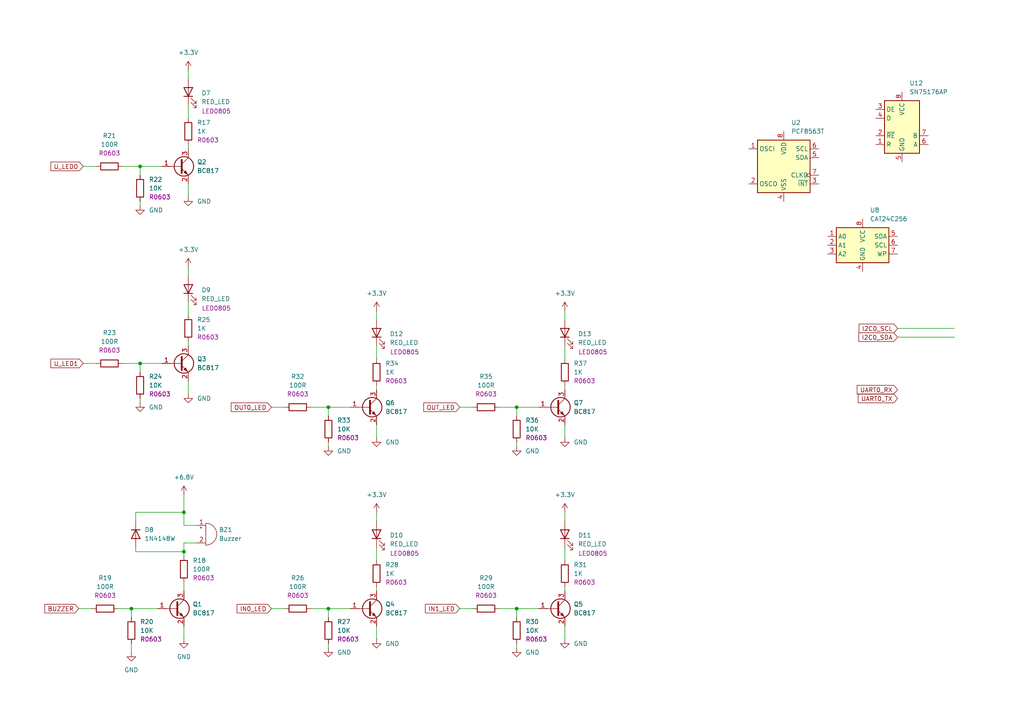
<source format=kicad_sch>
(kicad_sch (version 20250114) (generator "eeschema") (generator_version "9.0")
  (paper "A4")
  (lib_symbols
    (symbol "Device:Buzzer" (pin_names (offset 0.0254) (hide yes))
      (property "Reference" "BZ" (at 3.81 1.27 0))
      (property "Value" "Buzzer" (at 3.81 -1.27 0))
      (symbol "Buzzer_0_1"
        (polyline (pts (xy -1.651 1.905) (xy -1.143 1.905)))
        (polyline (pts (xy -1.397 2.159) (xy -1.397 1.651)))
        (arc (start 0 3.175) (mid 3.1612 0) (end 0 -3.175))
        (polyline (pts (xy 0 3.175) (xy 0 -3.175)))
      )
      (symbol "Buzzer_1_1"
        (pin passive line (at -2.54 2.54 0) (length 2.54) (name "+") (number "1"))
        (pin passive line (at -2.54 -2.54 0) (length 2.54) (name "-") (number "2"))
      )
    )
    (symbol "Device:LED" (pin_numbers (hide yes)) (pin_names (offset 1.016) (hide yes))
      (property "Reference" "D" (at 0 2.54 0))
      (property "Value" "LED" (at 0 -2.54 0))
      (symbol "LED_0_1"
        (polyline (pts (xy -3.048 -0.762) (xy -4.572 -2.286) (xy -3.81 -2.286) (xy -4.572 -2.286) (xy -4.572 -1.524)))
        (polyline (pts (xy -1.778 -0.762) (xy -3.302 -2.286) (xy -2.54 -2.286) (xy -3.302 -2.286) (xy -3.302 -1.524)))
        (polyline (pts (xy -1.27 0) (xy 1.27 0)))
        (polyline (pts (xy -1.27 -1.27) (xy -1.27 1.27)) (stroke (width 0.254)))
        (polyline (pts (xy 1.27 -1.27) (xy 1.27 1.27) (xy -1.27 0) (xy 1.27 -1.27)) (stroke (width 0.254)))
      )
      (symbol "LED_1_1"
        (pin passive line (at -3.81 0 0) (length 2.54) (name "K") (number "1"))
        (pin passive line (at 3.81 0 180) (length 2.54) (name "A") (number "2"))
      )
    )
    (symbol "Device:R" (pin_numbers (hide yes)) (pin_names (offset 0))
      (property "Reference" "R" (at 2.032 0 90))
      (property "Value" "R" (at 0 0 90))
      (symbol "R_0_1"
        (rectangle (start -1.016 -2.54) (end 1.016 2.54) (stroke (width 0.254)))
      )
      (symbol "R_1_1"
        (pin passive line (at 0 3.81 270) (length 1.27) (name "~") (number "1"))
        (pin passive line (at 0 -3.81 90) (length 1.27) (name "~") (number "2"))
      )
    )
    (symbol "Diode:1N4148W" (pin_numbers (hide yes)) (pin_names (hide yes))
      (property "Reference" "D" (at 0 2.54 0))
      (property "Value" "1N4148W" (at 0 -2.54 0))
      (symbol "1N4148W_0_1"
        (polyline (pts (xy -1.27 1.27) (xy -1.27 -1.27)) (stroke (width 0.254)))
        (polyline (pts (xy 1.27 1.27) (xy 1.27 -1.27) (xy -1.27 0) (xy 1.27 1.27)) (stroke (width 0.254)))
        (polyline (pts (xy 1.27 0) (xy -1.27 0)))
      )
      (symbol "1N4148W_1_1"
        (pin passive line (at -3.81 0 0) (length 2.54) (name "K") (number "1"))
        (pin passive line (at 3.81 0 180) (length 2.54) (name "A") (number "2"))
      )
    )
    (symbol "Interface_UART:SN75176AP"
      (property "Reference" "U" (at -4.318 8.89 0))
      (property "Value" "SN75176AP" (at 1.016 8.89 0))
      (symbol "SN75176AP_0_1"
        (rectangle (start -5.08 7.62) (end 5.08 -7.62) (stroke (width 0.254)) (fill (type background)))
      )
      (symbol "SN75176AP_1_1"
        (pin input line (at -7.62 5.08 0) (length 2.54) (name "DE") (number "3"))
        (pin input line (at -7.62 2.54 0) (length 2.54) (name "D") (number "4"))
        (pin input line (at -7.62 -2.54 0) (length 2.54) (name "~{RE}") (number "2"))
        (pin output line (at -7.62 -5.08 0) (length 2.54) (name "R") (number "1"))
        (pin power_in line (at 0 10.16 270) (length 2.54) (name "VCC") (number "8"))
        (pin power_in line (at 0 -10.16 90) (length 2.54) (name "GND") (number "5"))
        (pin bidirectional line (at 7.62 -2.54 180) (length 2.54) (name "B") (number "7"))
        (pin bidirectional line (at 7.62 -5.08 180) (length 2.54) (name "A") (number "6"))
      )
    )
    (symbol "Memory_EEPROM:CAT24C256"
      (property "Reference" "U" (at -6.35 6.35 0))
      (property "Value" "CAT24C256" (at 1.27 6.35 0))
      (symbol "CAT24C256_1_1"
        (rectangle (start -7.62 5.08) (end 7.62 -5.08) (stroke (width 0.254)) (fill (type background)))
        (pin input line (at -10.16 2.54 0) (length 2.54) (name "A0") (number "1"))
        (pin input line (at -10.16 0 0) (length 2.54) (name "A1") (number "2"))
        (pin input line (at -10.16 -2.54 0) (length 2.54) (name "A2") (number "3"))
        (pin power_in line (at 0 7.62 270) (length 2.54) (name "VCC") (number "8"))
        (pin power_in line (at 0 -7.62 90) (length 2.54) (name "GND") (number "4"))
        (pin bidirectional line (at 10.16 2.54 180) (length 2.54) (name "SDA") (number "5"))
        (pin input line (at 10.16 0 180) (length 2.54) (name "SCL") (number "6"))
        (pin input line (at 10.16 -2.54 180) (length 2.54) (name "WP") (number "7"))
      )
    )
    (symbol "Timer_RTC:PCF8563T"
      (property "Reference" "U" (at -7.62 8.89 0))
      (property "Value" "PCF8563T" (at 2.54 8.89 0))
      (symbol "PCF8563T_0_1"
        (rectangle (start -7.62 7.62) (end 7.62 -7.62) (stroke (width 0.254)) (fill (type background)))
      )
      (symbol "PCF8563T_1_1"
        (pin input line (at -10.16 5.08 0) (length 2.54) (name "OSCI") (number "1"))
        (pin output line (at -10.16 -5.08 0) (length 2.54) (name "OSCO") (number "2"))
        (pin power_in line (at 0 10.16 270) (length 2.54) (name "VDD") (number "8"))
        (pin power_in line (at 0 -10.16 90) (length 2.54) (name "VSS") (number "4"))
        (pin input line (at 10.16 5.08 180) (length 2.54) (name "SCL") (number "6"))
        (pin bidirectional line (at 10.16 2.54 180) (length 2.54) (name "SDA") (number "5"))
        (pin output clock (at 10.16 -2.54 180) (length 2.54) (name "CLKO") (number "7"))
        (pin output line (at 10.16 -5.08 180) (length 2.54) (name "~{INT}") (number "3"))
      )
    )
    (symbol "Transistor_BJT:BC817" (pin_names (offset 0) (hide yes))
      (property "Reference" "Q" (at 5.08 1.905 0))
      (property "Value" "BC817" (at 5.08 0 0))
      (symbol "BC817_0_1"
        (polyline (pts (xy -2.54 0) (xy 0.635 0)))
        (polyline (pts (xy 0.635 1.905) (xy 0.635 -1.905)) (stroke (width 0.508)))
        (circle (center 1.27 0) (radius 2.8194) (stroke (width 0.254)))
      )
      (symbol "BC817_1_1"
        (polyline (pts (xy 0.635 0.635) (xy 2.54 2.54)))
        (polyline (pts (xy 0.635 -0.635) (xy 2.54 -2.54)))
        (polyline (pts (xy 1.27 -1.778) (xy 1.778 -1.27) (xy 2.286 -2.286) (xy 1.27 -1.778)) (fill (type outline)))
        (pin input line (at -5.08 0 0) (length 2.54) (name "B") (number "1"))
        (pin passive line (at 2.54 5.08 270) (length 2.54) (name "C") (number "3"))
        (pin passive line (at 2.54 -5.08 90) (length 2.54) (name "E") (number "2"))
      )
    )
    (symbol "power:+3.3V" (power) (pin_numbers (hide yes)) (pin_names (offset 0) (hide yes))
      (property "Value" "+3.3V" (at 0 3.556 0))
      (symbol "+3.3V_0_1"
        (polyline (pts (xy -0.762 1.27) (xy 0 2.54)))
        (polyline (pts (xy 0 2.54) (xy 0.762 1.27)))
        (polyline (pts (xy 0 0) (xy 0 2.54)))
      )
      (symbol "+3.3V_1_1"
        (pin power_in line (at 0 0 90) (length 0) (name "~") (number "1"))
      )
    )
    (symbol "power:GND" (power) (pin_numbers (hide yes)) (pin_names (offset 0) (hide yes))
      (property "Value" "GND" (at 0 -3.81 0))
      (symbol "GND_0_1"
        (polyline (pts (xy 0 0) (xy 0 -1.27) (xy 1.27 -1.27) (xy 0 -2.54) (xy -1.27 -1.27) (xy 0 -1.27)))
      )
      (symbol "GND_1_1"
        (pin power_in line (at 0 0 270) (length 0) (name "~") (number "1"))
      )
    )
  )
  (junction (at 38.1 176.53))
  (junction (at 149.86 176.53))
  (junction (at 53.34 148.59))
  (junction (at 95.25 118.11))
  (junction (at 149.86 118.11))
  (junction (at 53.34 160.02))
  (junction (at 40.64 105.41))
  (junction (at 40.64 48.26))
  (junction (at 95.25 176.53))
  (wire (pts (xy 39.37 151.13) (xy 39.37 148.59)))
  (wire (pts (xy 53.34 148.59) (xy 53.34 152.4)))
  (wire (pts (xy 78.74 118.11) (xy 82.55 118.11)))
  (wire (pts (xy 78.74 176.53) (xy 82.55 176.53)))
  (wire (pts (xy 34.29 176.53) (xy 38.1 176.53)))
  (wire (pts (xy 149.86 118.11) (xy 156.21 118.11)))
  (wire (pts (xy 133.35 176.53) (xy 137.16 176.53)))
  (wire (pts (xy 109.22 148.59) (xy 109.22 151.13)))
  (wire (pts (xy 163.83 111.76) (xy 163.83 113.03)))
  (wire (pts (xy 109.22 90.17) (xy 109.22 92.71)))
  (wire (pts (xy 53.34 168.91) (xy 53.34 171.45)))
  (wire (pts (xy 54.61 77.47) (xy 54.61 80.01)))
  (wire (pts (xy 109.22 100.33) (xy 109.22 104.14)))
  (wire (pts (xy 40.64 48.26) (xy 46.99 48.26)))
  (wire (pts (xy 35.56 48.26) (xy 40.64 48.26)))
  (wire (pts (xy 38.1 176.53) (xy 38.1 179.07)))
  (wire (pts (xy 95.25 186.69) (xy 95.25 187.96)))
  (wire (pts (xy 38.1 186.69) (xy 38.1 189.23)))
  (wire (pts (xy 54.61 20.32) (xy 54.61 22.86)))
  (wire (pts (xy 163.83 181.61) (xy 163.83 185.42)))
  (wire (pts (xy 57.15 152.4) (xy 53.34 152.4)))
  (wire (pts (xy 22.86 176.53) (xy 26.67 176.53)))
  (wire (pts (xy 53.34 157.48) (xy 53.34 160.02)))
  (wire (pts (xy 54.61 87.63) (xy 54.61 91.44)))
  (wire (pts (xy 40.64 115.57) (xy 40.64 116.84)))
  (wire (pts (xy 149.86 128.27) (xy 149.86 129.54)))
  (wire (pts (xy 24.13 105.41) (xy 27.94 105.41)))
  (wire (pts (xy 90.17 176.53) (xy 95.25 176.53)))
  (wire (pts (xy 109.22 123.19) (xy 109.22 127)))
  (wire (pts (xy 53.34 181.61) (xy 53.34 185.42)))
  (wire (pts (xy 24.13 48.26) (xy 27.94 48.26)))
  (wire (pts (xy 54.61 41.91) (xy 54.61 43.18)))
  (wire (pts (xy 276.86 97.79) (xy 260.35 97.79)))
  (wire (pts (xy 54.61 99.06) (xy 54.61 100.33)))
  (wire (pts (xy 109.22 181.61) (xy 109.22 185.42)))
  (wire (pts (xy 109.22 111.76) (xy 109.22 113.03)))
  (wire (pts (xy 144.78 118.11) (xy 149.86 118.11)))
  (wire (pts (xy 39.37 160.02) (xy 53.34 160.02)))
  (wire (pts (xy 95.25 128.27) (xy 95.25 129.54)))
  (wire (pts (xy 95.25 176.53) (xy 95.25 179.07)))
  (wire (pts (xy 133.35 118.11) (xy 137.16 118.11)))
  (wire (pts (xy 54.61 30.48) (xy 54.61 34.29)))
  (wire (pts (xy 109.22 158.75) (xy 109.22 162.56)))
  (wire (pts (xy 163.83 170.18) (xy 163.83 171.45)))
  (wire (pts (xy 40.64 105.41) (xy 46.99 105.41)))
  (wire (pts (xy 95.25 118.11) (xy 101.6 118.11)))
  (wire (pts (xy 39.37 148.59) (xy 53.34 148.59)))
  (wire (pts (xy 40.64 48.26) (xy 40.64 50.8)))
  (wire (pts (xy 149.86 176.53) (xy 156.21 176.53)))
  (wire (pts (xy 54.61 110.49) (xy 54.61 114.3)))
  (wire (pts (xy 40.64 105.41) (xy 40.64 107.95)))
  (wire (pts (xy 149.86 186.69) (xy 149.86 187.96)))
  (wire (pts (xy 109.22 170.18) (xy 109.22 171.45)))
  (wire (pts (xy 95.25 118.11) (xy 95.25 120.65)))
  (wire (pts (xy 163.83 158.75) (xy 163.83 162.56)))
  (wire (pts (xy 53.34 160.02) (xy 53.34 161.29)))
  (wire (pts (xy 163.83 100.33) (xy 163.83 104.14)))
  (wire (pts (xy 276.86 95.25) (xy 260.35 95.25)))
  (wire (pts (xy 54.61 53.34) (xy 54.61 57.15)))
  (wire (pts (xy 144.78 176.53) (xy 149.86 176.53)))
  (wire (pts (xy 163.83 123.19) (xy 163.83 127)))
  (wire (pts (xy 35.56 105.41) (xy 40.64 105.41)))
  (wire (pts (xy 40.64 58.42) (xy 40.64 59.69)))
  (wire (pts (xy 53.34 157.48) (xy 57.15 157.48)))
  (wire (pts (xy 149.86 118.11) (xy 149.86 120.65)))
  (wire (pts (xy 95.25 176.53) (xy 101.6 176.53)))
  (wire (pts (xy 38.1 176.53) (xy 45.72 176.53)))
  (wire (pts (xy 39.37 158.75) (xy 39.37 160.02)))
  (wire (pts (xy 90.17 118.11) (xy 95.25 118.11)))
  (wire (pts (xy 53.34 143.51) (xy 53.34 148.59)))
  (wire (pts (xy 149.86 176.53) (xy 149.86 179.07)))
  (wire (pts (xy 163.83 90.17) (xy 163.83 92.71)))
  (wire (pts (xy 163.83 148.59) (xy 163.83 151.13)))
  (global_label "BUZZER" (shape input) (at 22.86 176.53 180) (property "Intersheetrefs" "${INTERSHEET_REFS}" (effects (hide yes))))
  (global_label "IN0_LED" (shape input) (at 78.74 176.53 180) (property "Intersheetrefs" "${INTERSHEET_REFS}" (effects (hide yes))))
  (global_label "OUT_LED" (shape input) (at 133.35 118.11 180) (property "Intersheetrefs" "${INTERSHEET_REFS}" (effects (hide yes))))
  (global_label "I2C0_SCL" (shape input) (at 260.35 95.25 180) (property "Intersheetrefs" "${INTERSHEET_REFS}" (effects (hide yes))))
  (global_label "OUT0_LED" (shape input) (at 78.74 118.11 180) (property "Intersheetrefs" "${INTERSHEET_REFS}" (effects (hide yes))))
  (global_label "UART0_RX" (shape input) (at 260.35 113.03 180) (property "Intersheetrefs" "${INTERSHEET_REFS}" (effects (hide yes))))
  (global_label "IN1_LED" (shape input) (at 133.35 176.53 180) (property "Intersheetrefs" "${INTERSHEET_REFS}" (effects (hide yes))))
  (global_label "I2C0_SDA" (shape input) (at 260.35 97.79 180) (property "Intersheetrefs" "${INTERSHEET_REFS}" (effects (hide yes))))
  (global_label "U_LED1" (shape input) (at 24.13 105.41 180) (property "Intersheetrefs" "${INTERSHEET_REFS}" (effects (hide yes))))
  (global_label "U_LED0" (shape input) (at 24.13 48.26 180) (property "Intersheetrefs" "${INTERSHEET_REFS}" (effects (hide yes))))
  (global_label "UART0_TX" (shape input) (at 260.35 115.57 180) (property "Intersheetrefs" "${INTERSHEET_REFS}" (effects (hide yes))))
  (symbol (lib_id "Device:R") (at 86.36 176.53 90) (unit 1)
    (property "Reference" "R26" (at 86.36 167.64 90))
    (property "Value" "100R" (at 86.36 170.18 90))
    (property "Footprint" "Resistor_SMD:R_0603_1608Metric" (effects (hide yes)))
    (property "Description" "Resistor" (effects (hide yes)))
    (property "Package" "R0603" (at 86.36 172.72 90))
  )
  (symbol (lib_id "power:GND") (at 40.64 59.69 0) (unit 1)
    (property "Reference" "#PWR087" (effects (hide yes)))
    (property "Value" "GND" (at 43.18 60.9599 0) (effects (justify left)))
    (property "Description" "Power symbol creates a global label with name \"GND\" , ground" (effects (hide yes)))
  )
  (symbol (lib_id "Transistor_BJT:BC817") (at 106.68 176.53 0) (unit 1)
    (property "Reference" "Q4" (at 111.76 175.2599 0) (effects (justify left)))
    (property "Value" "BC817" (at 111.76 177.7999 0) (effects (justify left)))
    (property "Footprint" "Package_TO_SOT_SMD:SOT-23" (effects (hide yes)))
    (property "Datasheet" "https://www.onsemi.com/pub/Collateral/BC818-D.pdf" (effects (hide yes)))
    (property "Description" "0.8A Ic, 45V Vce, NPN Transistor, SOT-23" (effects (hide yes)))
  )
  (symbol (lib_id "Device:LED") (at 54.61 83.82 90) (unit 1)
    (property "Reference" "D9" (at 58.42 84.1374 90) (effects (justify right)))
    (property "Value" "RED_LED" (at 58.42 86.6774 90) (effects (justify right)))
    (property "Footprint" "Resistor_SMD:R_0805_2012Metric" (effects (hide yes)))
    (property "Description" "Light emitting diode" (effects (hide yes)))
    (property "Sim.Pins" "1=K 2=A" (effects (hide yes)))
    (property "Package" "LED0805" (at 62.738 89.408 90))
  )
  (symbol (lib_id "Device:R") (at 40.64 111.76 0) (unit 1)
    (property "Reference" "R24" (at 43.18 109.2199 0) (effects (justify left)))
    (property "Value" "10K" (at 43.18 111.7599 0) (effects (justify left)))
    (property "Footprint" "Resistor_SMD:R_0603_1608Metric" (effects (hide yes)))
    (property "Description" "Resistor" (effects (hide yes)))
    (property "Package" "R0603" (at 43.18 114.2999 0) (effects (justify left)))
  )
  (symbol (lib_id "Device:LED") (at 163.83 154.94 90) (unit 1)
    (property "Reference" "D11" (at 167.64 155.2574 90) (effects (justify right)))
    (property "Value" "RED_LED" (at 167.64 157.7974 90) (effects (justify right)))
    (property "Footprint" "Resistor_SMD:R_0805_2012Metric" (effects (hide yes)))
    (property "Description" "Light emitting diode" (effects (hide yes)))
    (property "Sim.Pins" "1=K 2=A" (effects (hide yes)))
    (property "Package" "LED0805" (at 171.958 160.528 90))
  )
  (symbol (lib_id "power:GND") (at 38.1 189.23 0) (unit 1)
    (property "Reference" "#PWR084" (effects (hide yes)))
    (property "Value" "GND" (at 38.1 194.31 0))
    (property "Description" "Power symbol creates a global label with name \"GND\" , ground" (effects (hide yes)))
  )
  (symbol (lib_id "Memory_EEPROM:CAT24C256") (at 250.19 71.12 0) (unit 1)
    (property "Reference" "U8" (at 252.3333 60.96 0) (effects (justify left)))
    (property "Value" "CAT24C256" (at 252.3333 63.5 0) (effects (justify left)))
    (property "Datasheet" "https://www.onsemi.cn/PowerSolutions/document/CAT24C256-D.PDF" (effects (hide yes)))
    (property "Description" "256 kb CMOS Serial EEPROM, DIP-8/SOIC-8/TSSOP-8/DFN-8" (effects (hide yes)))
  )
  (symbol (lib_id "power:GND") (at 54.61 57.15 0) (unit 1)
    (property "Reference" "#PWR083" (effects (hide yes)))
    (property "Value" "GND" (at 57.15 58.4199 0) (effects (justify left)))
    (property "Description" "Power symbol creates a global label with name \"GND\" , ground" (effects (hide yes)))
  )
  (symbol (lib_id "Device:R") (at 38.1 182.88 0) (unit 1)
    (property "Reference" "R20" (at 40.64 180.3399 0) (effects (justify left)))
    (property "Value" "10K" (at 40.64 182.8799 0) (effects (justify left)))
    (property "Footprint" "Resistor_SMD:R_0603_1608Metric" (effects (hide yes)))
    (property "Description" "Resistor" (effects (hide yes)))
    (property "Package" "R0603" (at 40.64 185.4199 0) (effects (justify left)))
  )
  (symbol (lib_id "Device:R") (at 109.22 166.37 0) (unit 1)
    (property "Reference" "R28" (at 111.76 163.8299 0) (effects (justify left)))
    (property "Value" "1K" (at 111.76 166.3699 0) (effects (justify left)))
    (property "Footprint" "Resistor_SMD:R_0603_1608Metric" (effects (hide yes)))
    (property "Description" "Resistor" (effects (hide yes)))
    (property "Package" "R0603" (at 111.76 168.9099 0) (effects (justify left)))
  )
  (symbol (lib_id "Diode:1N4148W") (at 39.37 154.94 270) (unit 1)
    (property "Reference" "D8" (at 41.91 153.6699 90) (effects (justify left)))
    (property "Value" "1N4148W" (at 41.91 156.2099 90) (effects (justify left)))
    (property "Footprint" "Diode_SMD:D_SOD-123" (effects (hide yes)))
    (property "Datasheet" "https://www.vishay.com/docs/85748/1n4148w.pdf" (effects (hide yes)))
    (property "Description" "75V 0.15A Fast Switching Diode, SOD-123" (effects (hide yes)))
    (property "Sim.Device" "D" (effects (hide yes)))
    (property "Sim.Pins" "1=K 2=A" (effects (hide yes)))
  )
  (symbol (lib_id "Transistor_BJT:BC817") (at 106.68 118.11 0) (unit 1)
    (property "Reference" "Q6" (at 111.76 116.8399 0) (effects (justify left)))
    (property "Value" "BC817" (at 111.76 119.3799 0) (effects (justify left)))
    (property "Footprint" "Package_TO_SOT_SMD:SOT-23" (effects (hide yes)))
    (property "Datasheet" "https://www.onsemi.com/pub/Collateral/BC818-D.pdf" (effects (hide yes)))
    (property "Description" "0.8A Ic, 45V Vce, NPN Transistor, SOT-23" (effects (hide yes)))
  )
  (symbol (lib_id "power:GND") (at 149.86 187.96 0) (unit 1)
    (property "Reference" "#PWR094" (effects (hide yes)))
    (property "Value" "GND" (at 152.4 189.2299 0) (effects (justify left)))
    (property "Description" "Power symbol creates a global label with name \"GND\" , ground" (effects (hide yes)))
  )
  (symbol (lib_id "Device:R") (at 95.25 182.88 0) (unit 1)
    (property "Reference" "R27" (at 97.79 180.3399 0) (effects (justify left)))
    (property "Value" "10K" (at 97.79 182.8799 0) (effects (justify left)))
    (property "Footprint" "Resistor_SMD:R_0603_1608Metric" (effects (hide yes)))
    (property "Description" "Resistor" (effects (hide yes)))
    (property "Package" "R0603" (at 97.79 185.4199 0) (effects (justify left)))
  )
  (symbol (lib_id "power:+3.3V") (at 109.22 90.17 0) (unit 1)
    (property "Reference" "#PWR098" (effects (hide yes)))
    (property "Value" "+3.3V" (at 109.22 85.09 0))
    (property "Description" "Power symbol creates a global label with name \"+3.3V\"" (effects (hide yes)))
  )
  (symbol (lib_id "Device:R") (at 86.36 118.11 90) (unit 1)
    (property "Reference" "R32" (at 86.36 109.22 90))
    (property "Value" "100R" (at 86.36 111.76 90))
    (property "Footprint" "Resistor_SMD:R_0603_1608Metric" (effects (hide yes)))
    (property "Description" "Resistor" (effects (hide yes)))
    (property "Package" "R0603" (at 86.36 114.3 90))
  )
  (symbol (lib_id "power:+3.3V") (at 163.83 148.59 0) (unit 1)
    (property "Reference" "#PWR095" (effects (hide yes)))
    (property "Value" "+3.3V" (at 163.83 143.51 0))
    (property "Description" "Power symbol creates a global label with name \"+3.3V\"" (effects (hide yes)))
  )
  (symbol (lib_id "Device:R") (at 31.75 105.41 90) (unit 1)
    (property "Reference" "R23" (at 31.75 96.52 90))
    (property "Value" "100R" (at 31.75 99.06 90))
    (property "Footprint" "Resistor_SMD:R_0603_1608Metric" (effects (hide yes)))
    (property "Description" "Resistor" (effects (hide yes)))
    (property "Package" "R0603" (at 31.75 101.6 90))
  )
  (symbol (lib_id "Interface_UART:SN75176AP") (at 261.62 36.83 0) (unit 1)
    (property "Reference" "U12" (at 263.7633 24.13 0) (effects (justify left)))
    (property "Value" "SN75176AP" (at 263.7633 26.67 0) (effects (justify left)))
    (property "Footprint" "Package_DIP:DIP-8_W7.62mm" (effects (hide yes)))
    (property "Datasheet" "http://www.ti.com/lit/ds/symlink/sn75176a.pdf" (effects (hide yes)))
    (property "Description" "Differential RS-422/RS-485 bus transceiver, DIP-8" (effects (hide yes)))
  )
  (symbol (lib_id "power:GND") (at 40.64 116.84 0) (unit 1)
    (property "Reference" "#PWR088" (effects (hide yes)))
    (property "Value" "GND" (at 43.18 118.1099 0) (effects (justify left)))
    (property "Description" "Power symbol creates a global label with name \"GND\" , ground" (effects (hide yes)))
  )
  (symbol (lib_id "Timer_RTC:PCF8563T") (at 227.33 48.26 0) (unit 1)
    (property "Reference" "U2" (at 229.4733 35.56 0) (effects (justify left)))
    (property "Value" "PCF8563T" (at 229.4733 38.1 0) (effects (justify left)))
    (property "Footprint" "Package_SO:SOIC-8_3.9x4.9mm_P1.27mm" (effects (hide yes)))
    (property "Datasheet" "https://www.nxp.com/docs/en/data-sheet/PCF8563.pdf" (effects (hide yes)))
    (property "Description" "Realtime Clock/Calendar I2C Interface, SOIC-8" (effects (hide yes)))
  )
  (symbol (lib_id "power:+3.3V") (at 53.34 143.51 0) (unit 1)
    (property "Reference" "#PWR085" (effects (hide yes)))
    (property "Value" "+6.8V" (at 53.34 138.43 0))
    (property "Description" "Power symbol creates a global label with name \"+3.3V\"" (effects (hide yes)))
  )
  (symbol (lib_id "Device:R") (at 140.97 176.53 90) (unit 1)
    (property "Reference" "R29" (at 140.97 167.64 90))
    (property "Value" "100R" (at 140.97 170.18 90))
    (property "Footprint" "Resistor_SMD:R_0603_1608Metric" (effects (hide yes)))
    (property "Description" "Resistor" (effects (hide yes)))
    (property "Package" "R0603" (at 140.97 172.72 90))
  )
  (symbol (lib_id "power:+3.3V") (at 54.61 77.47 0) (unit 1)
    (property "Reference" "#PWR089" (effects (hide yes)))
    (property "Value" "+3.3V" (at 54.61 72.39 0))
    (property "Description" "Power symbol creates a global label with name \"+3.3V\"" (effects (hide yes)))
  )
  (symbol (lib_id "power:GND") (at 163.83 185.42 0) (unit 1)
    (property "Reference" "#PWR096" (effects (hide yes)))
    (property "Value" "GND" (at 166.37 186.6899 0) (effects (justify left)))
    (property "Description" "Power symbol creates a global label with name \"GND\" , ground" (effects (hide yes)))
  )
  (symbol (lib_id "Device:R") (at 53.34 165.1 0) (unit 1)
    (property "Reference" "R18" (at 55.88 162.5599 0) (effects (justify left)))
    (property "Value" "100R" (at 55.88 165.0999 0) (effects (justify left)))
    (property "Footprint" "Resistor_SMD:R_0603_1608Metric" (effects (hide yes)))
    (property "Description" "Resistor" (effects (hide yes)))
    (property "Package" "R0603" (at 55.88 167.6399 0) (effects (justify left)))
  )
  (symbol (lib_id "power:+3.3V") (at 109.22 148.59 0) (unit 1)
    (property "Reference" "#PWR092" (effects (hide yes)))
    (property "Value" "+3.3V" (at 109.22 143.51 0))
    (property "Description" "Power symbol creates a global label with name \"+3.3V\"" (effects (hide yes)))
  )
  (symbol (lib_id "Device:R") (at 163.83 107.95 0) (unit 1)
    (property "Reference" "R37" (at 166.37 105.4099 0) (effects (justify left)))
    (property "Value" "1K" (at 166.37 107.9499 0) (effects (justify left)))
    (property "Footprint" "Resistor_SMD:R_0603_1608Metric" (effects (hide yes)))
    (property "Description" "Resistor" (effects (hide yes)))
    (property "Package" "R0603" (at 166.37 110.4899 0) (effects (justify left)))
  )
  (symbol (lib_id "Device:R") (at 30.48 176.53 90) (unit 1)
    (property "Reference" "R19" (at 30.48 167.64 90))
    (property "Value" "100R" (at 30.48 170.18 90))
    (property "Footprint" "Resistor_SMD:R_0603_1608Metric" (effects (hide yes)))
    (property "Description" "Resistor" (effects (hide yes)))
    (property "Package" "R0603" (at 30.48 172.72 90))
  )
  (symbol (lib_id "Device:R") (at 149.86 182.88 0) (unit 1)
    (property "Reference" "R30" (at 152.4 180.3399 0) (effects (justify left)))
    (property "Value" "10K" (at 152.4 182.8799 0) (effects (justify left)))
    (property "Footprint" "Resistor_SMD:R_0603_1608Metric" (effects (hide yes)))
    (property "Description" "Resistor" (effects (hide yes)))
    (property "Package" "R0603" (at 152.4 185.4199 0) (effects (justify left)))
  )
  (symbol (lib_id "Transistor_BJT:BC817") (at 50.8 176.53 0) (unit 1)
    (property "Reference" "Q1" (at 55.88 175.2599 0) (effects (justify left)))
    (property "Value" "BC817" (at 55.88 177.7999 0) (effects (justify left)))
    (property "Footprint" "Package_TO_SOT_SMD:SOT-23" (effects (hide yes)))
    (property "Datasheet" "https://www.onsemi.com/pub/Collateral/BC818-D.pdf" (effects (hide yes)))
    (property "Description" "0.8A Ic, 45V Vce, NPN Transistor, SOT-23" (effects (hide yes)))
  )
  (symbol (lib_id "Transistor_BJT:BC817") (at 161.29 176.53 0) (unit 1)
    (property "Reference" "Q5" (at 166.37 175.2599 0) (effects (justify left)))
    (property "Value" "BC817" (at 166.37 177.7999 0) (effects (justify left)))
    (property "Footprint" "Package_TO_SOT_SMD:SOT-23" (effects (hide yes)))
    (property "Datasheet" "https://www.onsemi.com/pub/Collateral/BC818-D.pdf" (effects (hide yes)))
    (property "Description" "0.8A Ic, 45V Vce, NPN Transistor, SOT-23" (effects (hide yes)))
  )
  (symbol (lib_id "power:+3.3V") (at 163.83 90.17 0) (unit 1)
    (property "Reference" "#PWR0101" (effects (hide yes)))
    (property "Value" "+3.3V" (at 163.83 85.09 0))
    (property "Description" "Power symbol creates a global label with name \"+3.3V\"" (effects (hide yes)))
  )
  (symbol (lib_id "Device:R") (at 149.86 124.46 0) (unit 1)
    (property "Reference" "R36" (at 152.4 121.9199 0) (effects (justify left)))
    (property "Value" "10K" (at 152.4 124.4599 0) (effects (justify left)))
    (property "Footprint" "Resistor_SMD:R_0603_1608Metric" (effects (hide yes)))
    (property "Description" "Resistor" (effects (hide yes)))
    (property "Package" "R0603" (at 152.4 126.9999 0) (effects (justify left)))
  )
  (symbol (lib_id "Device:R") (at 163.83 166.37 0) (unit 1)
    (property "Reference" "R31" (at 166.37 163.8299 0) (effects (justify left)))
    (property "Value" "1K" (at 166.37 166.3699 0) (effects (justify left)))
    (property "Footprint" "Resistor_SMD:R_0603_1608Metric" (effects (hide yes)))
    (property "Description" "Resistor" (effects (hide yes)))
    (property "Package" "R0603" (at 166.37 168.9099 0) (effects (justify left)))
  )
  (symbol (lib_id "Transistor_BJT:BC817") (at 161.29 118.11 0) (unit 1)
    (property "Reference" "Q7" (at 166.37 116.8399 0) (effects (justify left)))
    (property "Value" "BC817" (at 166.37 119.3799 0) (effects (justify left)))
    (property "Footprint" "Package_TO_SOT_SMD:SOT-23" (effects (hide yes)))
    (property "Datasheet" "https://www.onsemi.com/pub/Collateral/BC818-D.pdf" (effects (hide yes)))
    (property "Description" "0.8A Ic, 45V Vce, NPN Transistor, SOT-23" (effects (hide yes)))
  )
  (symbol (lib_id "Transistor_BJT:BC817") (at 52.07 105.41 0) (unit 1)
    (property "Reference" "Q3" (at 57.15 104.1399 0) (effects (justify left)))
    (property "Value" "BC817" (at 57.15 106.6799 0) (effects (justify left)))
    (property "Footprint" "Package_TO_SOT_SMD:SOT-23" (effects (hide yes)))
    (property "Datasheet" "https://www.onsemi.com/pub/Collateral/BC818-D.pdf" (effects (hide yes)))
    (property "Description" "0.8A Ic, 45V Vce, NPN Transistor, SOT-23" (effects (hide yes)))
  )
  (symbol (lib_id "Device:LED") (at 163.83 96.52 90) (unit 1)
    (property "Reference" "D13" (at 167.64 96.8374 90) (effects (justify right)))
    (property "Value" "RED_LED" (at 167.64 99.3774 90) (effects (justify right)))
    (property "Footprint" "Resistor_SMD:R_0805_2012Metric" (effects (hide yes)))
    (property "Description" "Light emitting diode" (effects (hide yes)))
    (property "Sim.Pins" "1=K 2=A" (effects (hide yes)))
    (property "Package" "LED0805" (at 171.958 102.108 90))
  )
  (symbol (lib_id "Transistor_BJT:BC817") (at 52.07 48.26 0) (unit 1)
    (property "Reference" "Q2" (at 57.15 46.9899 0) (effects (justify left)))
    (property "Value" "BC817" (at 57.15 49.5299 0) (effects (justify left)))
    (property "Footprint" "Package_TO_SOT_SMD:SOT-23" (effects (hide yes)))
    (property "Datasheet" "https://www.onsemi.com/pub/Collateral/BC818-D.pdf" (effects (hide yes)))
    (property "Description" "0.8A Ic, 45V Vce, NPN Transistor, SOT-23" (effects (hide yes)))
  )
  (symbol (lib_id "Device:R") (at 54.61 38.1 0) (unit 1)
    (property "Reference" "R17" (at 57.15 35.5599 0) (effects (justify left)))
    (property "Value" "1K" (at 57.15 38.0999 0) (effects (justify left)))
    (property "Footprint" "Resistor_SMD:R_0603_1608Metric" (effects (hide yes)))
    (property "Description" "Resistor" (effects (hide yes)))
    (property "Package" "R0603" (at 57.15 40.6399 0) (effects (justify left)))
  )
  (symbol (lib_id "power:GND") (at 95.25 187.96 0) (unit 1)
    (property "Reference" "#PWR091" (effects (hide yes)))
    (property "Value" "GND" (at 97.79 189.2299 0) (effects (justify left)))
    (property "Description" "Power symbol creates a global label with name \"GND\" , ground" (effects (hide yes)))
  )
  (symbol (lib_id "power:GND") (at 95.25 129.54 0) (unit 1)
    (property "Reference" "#PWR097" (effects (hide yes)))
    (property "Value" "GND" (at 97.79 130.8099 0) (effects (justify left)))
    (property "Description" "Power symbol creates a global label with name \"GND\" , ground" (effects (hide yes)))
  )
  (symbol (lib_id "power:GND") (at 53.34 185.42 0) (unit 1)
    (property "Reference" "#PWR082" (effects (hide yes)))
    (property "Value" "GND" (at 53.34 190.5 0))
    (property "Description" "Power symbol creates a global label with name \"GND\" , ground" (effects (hide yes)))
  )
  (symbol (lib_id "Device:R") (at 109.22 107.95 0) (unit 1)
    (property "Reference" "R34" (at 111.76 105.4099 0) (effects (justify left)))
    (property "Value" "1K" (at 111.76 107.9499 0) (effects (justify left)))
    (property "Footprint" "Resistor_SMD:R_0603_1608Metric" (effects (hide yes)))
    (property "Description" "Resistor" (effects (hide yes)))
    (property "Package" "R0603" (at 111.76 110.4899 0) (effects (justify left)))
  )
  (symbol (lib_id "Device:LED") (at 109.22 96.52 90) (unit 1)
    (property "Reference" "D12" (at 113.03 96.8374 90) (effects (justify right)))
    (property "Value" "RED_LED" (at 113.03 99.3774 90) (effects (justify right)))
    (property "Footprint" "Resistor_SMD:R_0805_2012Metric" (effects (hide yes)))
    (property "Description" "Light emitting diode" (effects (hide yes)))
    (property "Sim.Pins" "1=K 2=A" (effects (hide yes)))
    (property "Package" "LED0805" (at 117.348 102.108 90))
  )
  (symbol (lib_id "power:GND") (at 149.86 129.54 0) (unit 1)
    (property "Reference" "#PWR0100" (effects (hide yes)))
    (property "Value" "GND" (at 152.4 130.8099 0) (effects (justify left)))
    (property "Description" "Power symbol creates a global label with name \"GND\" , ground" (effects (hide yes)))
  )
  (symbol (lib_id "Device:R") (at 140.97 118.11 90) (unit 1)
    (property "Reference" "R35" (at 140.97 109.22 90))
    (property "Value" "100R" (at 140.97 111.76 90))
    (property "Footprint" "Resistor_SMD:R_0603_1608Metric" (effects (hide yes)))
    (property "Description" "Resistor" (effects (hide yes)))
    (property "Package" "R0603" (at 140.97 114.3 90))
  )
  (symbol (lib_id "Device:Buzzer") (at 59.69 154.94 0) (unit 1)
    (property "Reference" "BZ1" (at 63.5 153.6699 0) (effects (justify left)))
    (property "Value" "Buzzer" (at 63.5 156.2099 0) (effects (justify left)))
    (property "Description" "Buzzer, polarized" (effects (hide yes)))
  )
  (symbol (lib_id "power:GND") (at 163.83 127 0) (unit 1)
    (property "Reference" "#PWR0102" (effects (hide yes)))
    (property "Value" "GND" (at 166.37 128.2699 0) (effects (justify left)))
    (property "Description" "Power symbol creates a global label with name \"GND\" , ground" (effects (hide yes)))
  )
  (symbol (lib_id "power:GND") (at 54.61 114.3 0) (unit 1)
    (property "Reference" "#PWR090" (effects (hide yes)))
    (property "Value" "GND" (at 57.15 115.5699 0) (effects (justify left)))
    (property "Description" "Power symbol creates a global label with name \"GND\" , ground" (effects (hide yes)))
  )
  (symbol (lib_id "power:GND") (at 109.22 185.42 0) (unit 1)
    (property "Reference" "#PWR093" (effects (hide yes)))
    (property "Value" "GND" (at 111.76 186.6899 0) (effects (justify left)))
    (property "Description" "Power symbol creates a global label with name \"GND\" , ground" (effects (hide yes)))
  )
  (symbol (lib_id "Device:R") (at 54.61 95.25 0) (unit 1)
    (property "Reference" "R25" (at 57.15 92.7099 0) (effects (justify left)))
    (property "Value" "1K" (at 57.15 95.2499 0) (effects (justify left)))
    (property "Footprint" "Resistor_SMD:R_0603_1608Metric" (effects (hide yes)))
    (property "Description" "Resistor" (effects (hide yes)))
    (property "Package" "R0603" (at 57.15 97.7899 0) (effects (justify left)))
  )
  (symbol (lib_id "Device:R") (at 95.25 124.46 0) (unit 1)
    (property "Reference" "R33" (at 97.79 121.9199 0) (effects (justify left)))
    (property "Value" "10K" (at 97.79 124.4599 0) (effects (justify left)))
    (property "Footprint" "Resistor_SMD:R_0603_1608Metric" (effects (hide yes)))
    (property "Description" "Resistor" (effects (hide yes)))
    (property "Package" "R0603" (at 97.79 126.9999 0) (effects (justify left)))
  )
  (symbol (lib_id "Device:LED") (at 109.22 154.94 90) (unit 1)
    (property "Reference" "D10" (at 113.03 155.2574 90) (effects (justify right)))
    (property "Value" "RED_LED" (at 113.03 157.7974 90) (effects (justify right)))
    (property "Footprint" "Resistor_SMD:R_0805_2012Metric" (effects (hide yes)))
    (property "Description" "Light emitting diode" (effects (hide yes)))
    (property "Sim.Pins" "1=K 2=A" (effects (hide yes)))
    (property "Package" "LED0805" (at 117.348 160.528 90))
  )
  (symbol (lib_id "Device:R") (at 31.75 48.26 90) (unit 1)
    (property "Reference" "R21" (at 31.75 39.37 90))
    (property "Value" "100R" (at 31.75 41.91 90))
    (property "Footprint" "Resistor_SMD:R_0603_1608Metric" (effects (hide yes)))
    (property "Description" "Resistor" (effects (hide yes)))
    (property "Package" "R0603" (at 31.75 44.45 90))
  )
  (symbol (lib_id "Device:R") (at 40.64 54.61 0) (unit 1)
    (property "Reference" "R22" (at 43.18 52.0699 0) (effects (justify left)))
    (property "Value" "10K" (at 43.18 54.6099 0) (effects (justify left)))
    (property "Footprint" "Resistor_SMD:R_0603_1608Metric" (effects (hide yes)))
    (property "Description" "Resistor" (effects (hide yes)))
    (property "Package" "R0603" (at 43.18 57.1499 0) (effects (justify left)))
  )
  (symbol (lib_id "Device:LED") (at 54.61 26.67 90) (unit 1)
    (property "Reference" "D7" (at 58.42 26.9874 90) (effects (justify right)))
    (property "Value" "RED_LED" (at 58.42 29.5274 90) (effects (justify right)))
    (property "Footprint" "Resistor_SMD:R_0805_2012Metric" (effects (hide yes)))
    (property "Description" "Light emitting diode" (effects (hide yes)))
    (property "Sim.Pins" "1=K 2=A" (effects (hide yes)))
    (property "Package" "LED0805" (at 62.738 32.258 90))
  )
  (symbol (lib_id "power:GND") (at 109.22 127 0) (unit 1)
    (property "Reference" "#PWR099" (effects (hide yes)))
    (property "Value" "GND" (at 111.76 128.2699 0) (effects (justify left)))
    (property "Description" "Power symbol creates a global label with name \"GND\" , ground" (effects (hide yes)))
  )
  (symbol (lib_id "power:+3.3V") (at 54.61 20.32 0) (unit 1)
    (property "Reference" "#PWR086" (effects (hide yes)))
    (property "Value" "+3.3V" (at 54.61 15.24 0))
    (property "Description" "Power symbol creates a global label with name \"+3.3V\"" (effects (hide yes)))
  )
)
</source>
